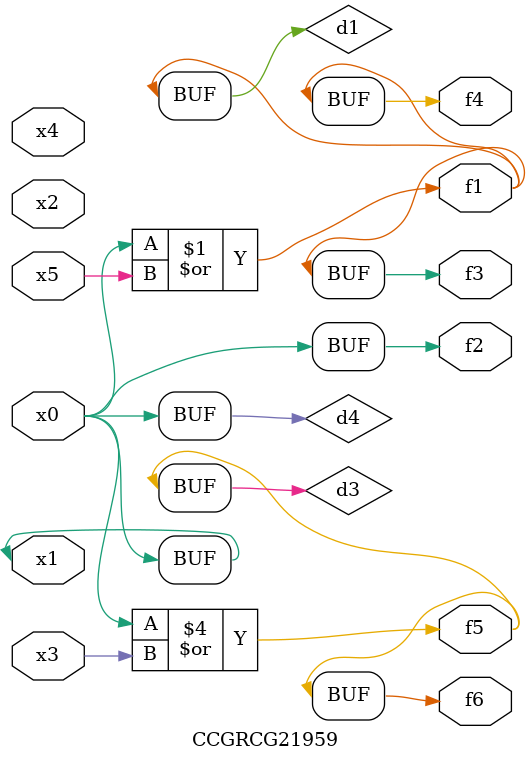
<source format=v>
module CCGRCG21959(
	input x0, x1, x2, x3, x4, x5,
	output f1, f2, f3, f4, f5, f6
);

	wire d1, d2, d3, d4;

	or (d1, x0, x5);
	xnor (d2, x1, x4);
	or (d3, x0, x3);
	buf (d4, x0, x1);
	assign f1 = d1;
	assign f2 = d4;
	assign f3 = d1;
	assign f4 = d1;
	assign f5 = d3;
	assign f6 = d3;
endmodule

</source>
